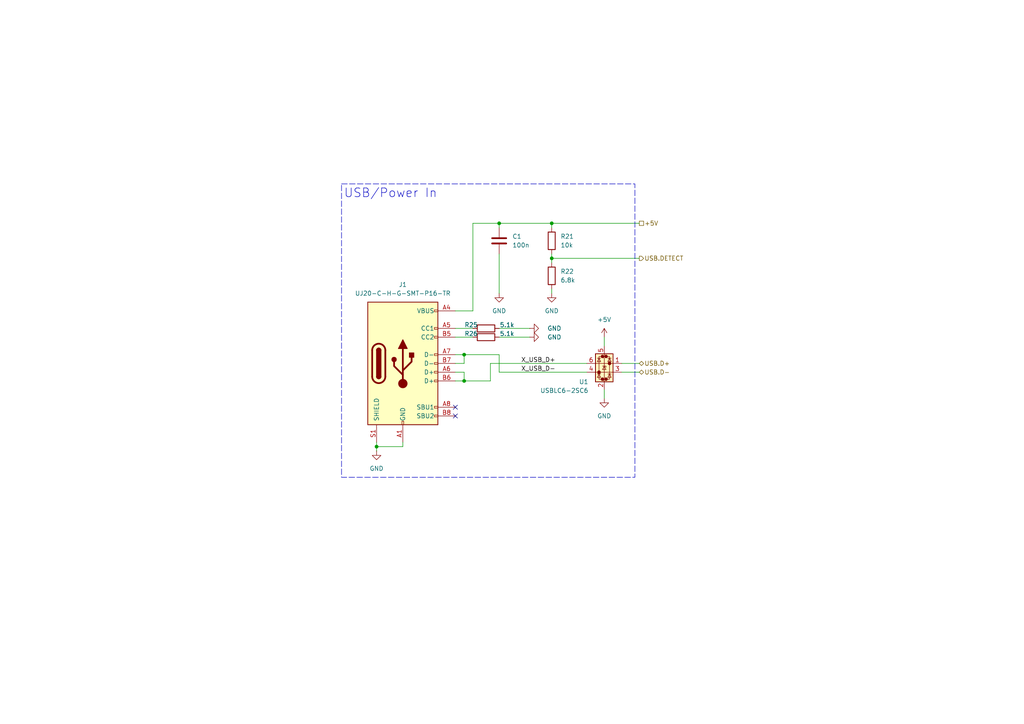
<source format=kicad_sch>
(kicad_sch (version 20250114) (generator "eeschema") (generator_version "9.0")
  (paper "A4")
  (lib_symbols
    (symbol "Connector:USB_C_Receptacle_USB2.0_16P" (pin_names (offset 1.016))
      (property "Reference" "J" (at 0 22.225 0))
      (property "Value" "USB_C_Receptacle_USB2.0_16P" (at 0 19.685 0))
      (symbol "USB_C_Receptacle_USB2.0_16P_0_0"
        (rectangle (start -0.254 -17.78) (end 0.254 -16.764))
        (rectangle (start 10.16 15.494) (end 9.144 14.986))
        (rectangle (start 10.16 10.414) (end 9.144 9.906))
        (rectangle (start 10.16 7.874) (end 9.144 7.366))
        (rectangle (start 10.16 2.794) (end 9.144 2.286))
        (rectangle (start 10.16 0.254) (end 9.144 -0.254))
        (rectangle (start 10.16 -2.286) (end 9.144 -2.794))
        (rectangle (start 10.16 -4.826) (end 9.144 -5.334))
        (rectangle (start 10.16 -12.446) (end 9.144 -12.954))
        (rectangle (start 10.16 -14.986) (end 9.144 -15.494))
      )
      (symbol "USB_C_Receptacle_USB2.0_16P_0_1"
        (rectangle (start -10.16 17.78) (end 10.16 -17.78) (stroke (width 0.254)) (fill (type background)))
        (polyline (pts (xy -8.89 -3.81) (xy -8.89 3.81)) (stroke (width 0.508)))
        (rectangle (start -7.62 -3.81) (end -6.35 3.81) (stroke (width 0.254)) (fill (type outline)))
        (arc (start -7.62 3.81) (mid -6.985 4.4423) (end -6.35 3.81) (stroke (width 0.254)))
        (arc (start -7.62 3.81) (mid -6.985 4.4423) (end -6.35 3.81) (stroke (width 0.254)) (fill (type outline)))
        (arc (start -8.89 3.81) (mid -6.985 5.7067) (end -5.08 3.81) (stroke (width 0.508)))
        (arc (start -5.08 -3.81) (mid -6.985 -5.7067) (end -8.89 -3.81) (stroke (width 0.508)))
        (arc (start -6.35 -3.81) (mid -6.985 -4.4423) (end -7.62 -3.81) (stroke (width 0.254)))
        (arc (start -6.35 -3.81) (mid -6.985 -4.4423) (end -7.62 -3.81) (stroke (width 0.254)) (fill (type outline)))
        (polyline (pts (xy -5.08 3.81) (xy -5.08 -3.81)) (stroke (width 0.508)))
        (circle (center -2.54 1.143) (radius 0.635) (stroke (width 0.254)) (fill (type outline)))
        (polyline (pts (xy -1.27 4.318) (xy 0 6.858) (xy 1.27 4.318) (xy -1.27 4.318)) (stroke (width 0.254)) (fill (type outline)))
        (polyline (pts (xy 0 -2.032) (xy 2.54 0.508) (xy 2.54 1.778)) (stroke (width 0.508)))
        (polyline (pts (xy 0 -3.302) (xy -2.54 -0.762) (xy -2.54 0.508)) (stroke (width 0.508)))
        (polyline (pts (xy 0 -5.842) (xy 0 4.318)) (stroke (width 0.508)))
        (circle (center 0 -5.842) (radius 1.27) (fill (type outline)))
        (rectangle (start 1.905 1.778) (end 3.175 3.048) (stroke (width 0.254)) (fill (type outline)))
      )
      (symbol "USB_C_Receptacle_USB2.0_16P_1_1"
        (pin passive line (at -7.62 -22.86 90) (length 5.08) (name "SHIELD") (number "S1"))
        (pin passive line (at 0 -22.86 90) (length 5.08) (name "GND") (number "A1"))
        (pin passive line (at 0 -22.86 90) (length 5.08) (hide yes) (name "GND") (number "A12"))
        (pin passive line (at 0 -22.86 90) (length 5.08) (hide yes) (name "GND") (number "B1"))
        (pin passive line (at 0 -22.86 90) (length 5.08) (hide yes) (name "GND") (number "B12"))
        (pin passive line (at 15.24 15.24 180) (length 5.08) (name "VBUS") (number "A4"))
        (pin passive line (at 15.24 15.24 180) (length 5.08) (hide yes) (name "VBUS") (number "A9"))
        (pin passive line (at 15.24 15.24 180) (length 5.08) (hide yes) (name "VBUS") (number "B4"))
        (pin passive line (at 15.24 15.24 180) (length 5.08) (hide yes) (name "VBUS") (number "B9"))
        (pin bidirectional line (at 15.24 10.16 180) (length 5.08) (name "CC1") (number "A5"))
        (pin bidirectional line (at 15.24 7.62 180) (length 5.08) (name "CC2") (number "B5"))
        (pin bidirectional line (at 15.24 2.54 180) (length 5.08) (name "D-") (number "A7"))
        (pin bidirectional line (at 15.24 0 180) (length 5.08) (name "D-") (number "B7"))
        (pin bidirectional line (at 15.24 -2.54 180) (length 5.08) (name "D+") (number "A6"))
        (pin bidirectional line (at 15.24 -5.08 180) (length 5.08) (name "D+") (number "B6"))
        (pin bidirectional line (at 15.24 -12.7 180) (length 5.08) (name "SBU1") (number "A8"))
        (pin bidirectional line (at 15.24 -15.24 180) (length 5.08) (name "SBU2") (number "B8"))
      )
    )
    (symbol "Device:C" (pin_numbers (hide yes)) (pin_names (offset 0.254))
      (property "Reference" "C" (at 0.635 2.54 0))
      (property "Value" "C" (at 0.635 -2.54 0))
      (symbol "C_0_1"
        (polyline (pts (xy -2.032 0.762) (xy 2.032 0.762)) (stroke (width 0.508)))
        (polyline (pts (xy -2.032 -0.762) (xy 2.032 -0.762)) (stroke (width 0.508)))
      )
      (symbol "C_1_1"
        (pin passive line (at 0 3.81 270) (length 2.794) (name "~") (number "1"))
        (pin passive line (at 0 -3.81 90) (length 2.794) (name "~") (number "2"))
      )
    )
    (symbol "Device:R" (pin_numbers (hide yes)) (pin_names (offset 0))
      (property "Reference" "R" (at 2.032 0 90))
      (property "Value" "R" (at 0 0 90))
      (symbol "R_0_1"
        (rectangle (start -1.016 -2.54) (end 1.016 2.54) (stroke (width 0.254)))
      )
      (symbol "R_1_1"
        (pin passive line (at 0 3.81 270) (length 1.27) (name "~") (number "1"))
        (pin passive line (at 0 -3.81 90) (length 1.27) (name "~") (number "2"))
      )
    )
    (symbol "Power_Protection:USBLC6-2SC6" (pin_names (hide yes))
      (property "Reference" "U" (at 0.635 5.715 0))
      (property "Value" "USBLC6-2SC6" (at 0.635 3.81 0))
      (symbol "USBLC6-2SC6_0_0"
        (circle (center -1.524 0) (radius 0.0001) (stroke (width 0.508)))
        (circle (center -0.508 2.032) (radius 0.0001) (stroke (width 0.508)))
        (circle (center -0.508 -4.572) (radius 0.0001) (stroke (width 0.508)))
        (circle (center 0.508 2.032) (radius 0.0001) (stroke (width 0.508)))
        (circle (center 0.508 -4.572) (radius 0.0001) (stroke (width 0.508)))
        (circle (center 1.524 -2.54) (radius 0.0001) (stroke (width 0.508)))
      )
      (symbol "USBLC6-2SC6_0_1"
        (polyline (pts (xy -2.54 0) (xy 2.54 0)))
        (polyline (pts (xy -2.54 -2.54) (xy 2.54 -2.54)))
        (polyline (pts (xy -2.032 0.508) (xy -1.016 0.508) (xy -1.524 1.524) (xy -2.032 0.508)))
        (polyline (pts (xy -2.032 -3.048) (xy -1.016 -3.048)))
        (polyline (pts (xy -1.016 1.524) (xy -2.032 1.524)))
        (polyline (pts (xy -1.016 -4.064) (xy -2.032 -4.064) (xy -1.524 -3.048) (xy -1.016 -4.064)))
        (polyline (pts (xy -0.508 -1.143) (xy -0.508 -0.762) (xy 0.508 -0.762)))
        (polyline (pts (xy 0 2.54) (xy -0.508 2.032) (xy 0.508 2.032) (xy 0 1.524) (xy 0 -4.064) (xy -0.508 -4.572) (xy 0.508 -4.572) (xy 0 -5.08)))
        (polyline (pts (xy 0.508 -1.778) (xy -0.508 -1.778) (xy 0 -0.762) (xy 0.508 -1.778)))
        (polyline (pts (xy 1.016 1.524) (xy 2.032 1.524)))
        (polyline (pts (xy 1.016 -3.048) (xy 2.032 -3.048)))
        (polyline (pts (xy 2.032 0.508) (xy 1.016 0.508) (xy 1.524 1.524) (xy 2.032 0.508)))
        (polyline (pts (xy 2.032 -4.064) (xy 1.016 -4.064) (xy 1.524 -3.048) (xy 2.032 -4.064)))
      )
      (symbol "USBLC6-2SC6_1_1"
        (rectangle (start -2.54 2.794) (end 2.54 -5.334) (stroke (width 0.254)) (fill (type background)))
        (polyline (pts (xy -0.508 2.032) (xy -1.524 2.032) (xy -1.524 -4.572) (xy -0.508 -4.572)))
        (polyline (pts (xy 0.508 -4.572) (xy 1.524 -4.572) (xy 1.524 2.032) (xy 0.508 2.032)))
        (pin passive line (at -5.08 0 0) (length 2.54) (name "I/O1") (number "1"))
        (pin passive line (at -5.08 -2.54 0) (length 2.54) (name "I/O2") (number "3"))
        (pin passive line (at 0 5.08 270) (length 2.54) (name "VBUS") (number "5"))
        (pin passive line (at 0 -7.62 90) (length 2.54) (name "GND") (number "2"))
        (pin passive line (at 5.08 0 180) (length 2.54) (name "I/O1") (number "6"))
        (pin passive line (at 5.08 -2.54 180) (length 2.54) (name "I/O2") (number "4"))
      )
    )
    (symbol "power:+5V" (power) (pin_numbers (hide yes)) (pin_names (offset 0) (hide yes))
      (property "Value" "+5V" (at 0 3.556 0))
      (symbol "+5V_0_1"
        (polyline (pts (xy -0.762 1.27) (xy 0 2.54)))
        (polyline (pts (xy 0 2.54) (xy 0.762 1.27)))
        (polyline (pts (xy 0 0) (xy 0 2.54)))
      )
      (symbol "+5V_1_1"
        (pin power_in line (at 0 0 90) (length 0) (name "~") (number "1"))
      )
    )
    (symbol "power:GND" (power) (pin_numbers (hide yes)) (pin_names (offset 0) (hide yes))
      (property "Value" "GND" (at 0 -3.81 0))
      (symbol "GND_0_1"
        (polyline (pts (xy 0 0) (xy 0 -1.27) (xy 1.27 -1.27) (xy 0 -2.54) (xy -1.27 -1.27) (xy 0 -1.27)))
      )
      (symbol "GND_1_1"
        (pin power_in line (at 0 0 270) (length 0) (name "~") (number "1"))
      )
    )
  )
  (rectangle (start 99.06 53.34) (end 184.15 138.43) (stroke (width 0) (type dash)))
  (text "USB/Power In" (at 113.284 56.134 0) (effects (font (size 2.54 2.54))))
  (junction (at 134.62 102.87))
  (junction (at 134.62 110.49))
  (junction (at 160.02 64.77))
  (junction (at 144.78 64.77))
  (junction (at 160.02 74.93))
  (junction (at 109.22 129.54))
  (no_connect (at 132.08 118.11))
  (no_connect (at 132.08 120.65))
  (wire (pts (xy 144.78 97.79) (xy 153.67 97.79)))
  (wire (pts (xy 137.16 64.77) (xy 144.78 64.77)))
  (wire (pts (xy 132.08 107.95) (xy 134.62 107.95)))
  (wire (pts (xy 116.84 129.54) (xy 109.22 129.54)))
  (wire (pts (xy 160.02 83.82) (xy 160.02 85.09)))
  (wire (pts (xy 109.22 129.54) (xy 109.22 130.81)))
  (wire (pts (xy 132.08 90.17) (xy 137.16 90.17)))
  (wire (pts (xy 109.22 128.27) (xy 109.22 129.54)))
  (wire (pts (xy 144.78 95.25) (xy 153.67 95.25)))
  (wire (pts (xy 175.26 113.03) (xy 175.26 115.57)))
  (wire (pts (xy 132.08 97.79) (xy 137.16 97.79)))
  (wire (pts (xy 170.18 105.41) (xy 142.24 105.41)))
  (wire (pts (xy 160.02 73.66) (xy 160.02 74.93)))
  (wire (pts (xy 144.78 64.77) (xy 144.78 66.04)))
  (wire (pts (xy 180.34 105.41) (xy 185.42 105.41)))
  (wire (pts (xy 142.24 110.49) (xy 134.62 110.49)))
  (wire (pts (xy 116.84 128.27) (xy 116.84 129.54)))
  (wire (pts (xy 134.62 105.41) (xy 132.08 105.41)))
  (wire (pts (xy 134.62 107.95) (xy 134.62 110.49)))
  (wire (pts (xy 134.62 102.87) (xy 134.62 105.41)))
  (wire (pts (xy 160.02 74.93) (xy 160.02 76.2)))
  (wire (pts (xy 137.16 90.17) (xy 137.16 64.77)))
  (wire (pts (xy 142.24 105.41) (xy 142.24 110.49)))
  (wire (pts (xy 144.78 102.87) (xy 134.62 102.87)))
  (wire (pts (xy 144.78 73.66) (xy 144.78 85.09)))
  (wire (pts (xy 160.02 64.77) (xy 185.42 64.77)))
  (wire (pts (xy 170.18 107.95) (xy 144.78 107.95)))
  (wire (pts (xy 144.78 107.95) (xy 144.78 102.87)))
  (wire (pts (xy 132.08 110.49) (xy 134.62 110.49)))
  (wire (pts (xy 144.78 64.77) (xy 160.02 64.77)))
  (wire (pts (xy 132.08 102.87) (xy 134.62 102.87)))
  (wire (pts (xy 160.02 64.77) (xy 160.02 66.04)))
  (wire (pts (xy 132.08 95.25) (xy 137.16 95.25)))
  (wire (pts (xy 175.26 97.79) (xy 175.26 100.33)))
  (wire (pts (xy 180.34 107.95) (xy 185.42 107.95)))
  (wire (pts (xy 160.02 74.93) (xy 185.42 74.93)))
  (label "X_USB_D-" (at 151.13 107.95 0))
  (label "X_USB_D+" (at 151.13 105.41 0))
  (hierarchical_label "USB.D-" (shape bidirectional) (at 185.42 107.95 0))
  (hierarchical_label "USB.DETECT" (shape output) (at 185.42 74.93 0))
  (hierarchical_label "USB.D+" (shape bidirectional) (at 185.42 105.41 0))
  (hierarchical_label "+5V" (shape passive) (at 185.42 64.77 0))
  (symbol (lib_id "power:GND") (at 109.22 130.81 0) (unit 1)
    (property "Reference" "#PWR02" (effects (hide yes)))
    (property "Value" "GND" (at 109.22 135.89 0))
    (property "Description" "Power symbol creates a global label with name \"GND\" , ground" (effects (hide yes)))
  )
  (symbol (lib_id "power:+5V") (at 175.26 97.79 0) (unit 1)
    (property "Reference" "#PWR056" (effects (hide yes)))
    (property "Value" "+5V" (at 175.26 92.71 0))
    (property "Description" "Power symbol creates a global label with name \"+5V\"" (effects (hide yes)))
  )
  (symbol (lib_id "power:GND") (at 175.26 115.57 0) (unit 1)
    (property "Reference" "#PWR057" (effects (hide yes)))
    (property "Value" "GND" (at 175.26 120.65 0))
    (property "Description" "Power symbol creates a global label with name \"GND\" , ground" (effects (hide yes)))
  )
  (symbol (lib_id "Connector:USB_C_Receptacle_USB2.0_16P") (at 116.84 105.41 0) (unit 1)
    (property "Reference" "J1" (at 116.84 82.55 0))
    (property "Value" "UJ20-C-H-G-SMT-P16-TR" (at 116.84 85.09 0))
    (property "Footprint" "Connector_USB:USB_C_Receptacle_G-Switch_GT-USB-7010ASV" (effects (hide yes)))
    (property "Datasheet" "https://www.usb.org/sites/default/files/documents/usb_type-c.zip" (effects (hide yes)))
    (property "Description" "USB 2.0-only 16P Type-C Receptacle connector" (effects (hide yes)))
    (property "MFG" "Same Sky (Formerly CUI Devices)" (effects (hide yes)))
    (property "MFG#" "UJ20-C-H-G-SMT-P16-TR" (effects (hide yes)))
    (property "DigiKey" "2223-UJ20-C-H-G-SMT-P16-TRCT-ND" (effects (hide yes)))
    (property "Distri Link" "https://www.digikey.de/de/products/detail/same-sky-formerly-cui-devices-/UJ20-C-H-G-SMT-P16-TR/25588941?utm_source=chatgpt.com" (effects (hide yes)))
  )
  (symbol (lib_id "Device:C") (at 144.78 69.85 0) (unit 1)
    (property "Reference" "C1" (at 148.59 68.5799 0) (effects (justify left)))
    (property "Value" "100n" (at 148.59 71.1199 0) (effects (justify left)))
    (property "Footprint" "Capacitor_SMD:C_0603_1608Metric" (effects (hide yes)))
    (property "Description" "Unpolarized capacitor" (effects (hide yes)))
    (property "MFG" "KEMET" (effects (hide yes)))
    (property "MFG#" "C0603C104K3RACTU" (effects (hide yes)))
    (property "DigiKey" "399-C0603C104K3RACTUCT-ND" (effects (hide yes)))
    (property "Distri Link" "https://www.digikey.de/de/products/detail/kemet/C0603C104K3RACTU/416044?s=N4IgTCBcDaIMwE4EFoDCAGAbOuqCM6ALANJwBKAgqgCoCqNyAcgCIgC6AvkA" (effects (hide yes)))
  )
  (symbol (lib_id "Device:R") (at 140.97 97.79 90) (unit 1)
    (property "Reference" "R26" (at 136.652 96.774 90))
    (property "Value" "5.1k" (at 147.066 96.774 90))
    (property "Footprint" "Resistor_SMD:R_0603_1608Metric" (effects (hide yes)))
    (property "Description" "Resistor" (effects (hide yes)))
    (property "MFG" "YAGEO" (effects (hide yes)))
    (property "MFG#" "RC0603FR-075K1L" (effects (hide yes)))
    (property "DigiKey" "311-5.10KHRCT-ND" (effects (hide yes)))
    (property "Distri Link" "https://www.digikey.de/de/products/detail/yageo/RC0603FR-075K1L/727268?s=N4IgTCBcDaIMwEYEFoCsA6BAGA0gCQCUBhAFWQDkAREAXQF8g" (effects (hide yes)))
  )
  (symbol (lib_id "power:GND") (at 144.78 85.09 0) (unit 1)
    (property "Reference" "#PWR011" (effects (hide yes)))
    (property "Value" "GND" (at 144.78 90.17 0))
    (property "Description" "Power symbol creates a global label with name \"GND\" , ground" (effects (hide yes)))
  )
  (symbol (lib_id "Device:R") (at 140.97 95.25 90) (unit 1)
    (property "Reference" "R25" (at 136.652 94.234 90))
    (property "Value" "5.1k" (at 147.066 94.234 90))
    (property "Footprint" "Resistor_SMD:R_0603_1608Metric" (effects (hide yes)))
    (property "Description" "Resistor" (effects (hide yes)))
    (property "MFG" "YAGEO" (effects (hide yes)))
    (property "MFG#" "RC0603FR-075K1L" (effects (hide yes)))
    (property "DigiKey" "311-5.10KHRCT-ND" (effects (hide yes)))
    (property "Distri Link" "https://www.digikey.de/de/products/detail/yageo/RC0603FR-075K1L/727268?s=N4IgTCBcDaIMwEYEFoCsA6BAGA0gCQCUBhAFWQDkAREAXQF8g" (effects (hide yes)))
  )
  (symbol (lib_id "power:GND") (at 160.02 85.09 0) (unit 1)
    (property "Reference" "#PWR019" (effects (hide yes)))
    (property "Value" "GND" (at 160.02 90.17 0))
    (property "Description" "Power symbol creates a global label with name \"GND\" , ground" (effects (hide yes)))
  )
  (symbol (lib_id "power:GND") (at 153.67 97.79 90) (unit 1)
    (property "Reference" "#PWR029" (effects (hide yes)))
    (property "Value" "GND" (at 158.75 97.7899 90) (effects (justify right)))
    (property "Description" "Power symbol creates a global label with name \"GND\" , ground" (effects (hide yes)))
  )
  (symbol (lib_id "power:GND") (at 153.67 95.25 90) (unit 1)
    (property "Reference" "#PWR09" (effects (hide yes)))
    (property "Value" "GND" (at 158.75 95.2499 90) (effects (justify right)))
    (property "Description" "Power symbol creates a global label with name \"GND\" , ground" (effects (hide yes)))
  )
  (symbol (lib_id "Device:R") (at 160.02 69.85 0) (unit 1)
    (property "Reference" "R21" (at 162.56 68.5799 0) (effects (justify left)))
    (property "Value" "10k" (at 162.56 71.1199 0) (effects (justify left)))
    (property "Footprint" "Resistor_SMD:R_0603_1608Metric" (effects (hide yes)))
    (property "Description" "Resistor" (effects (hide yes)))
    (property "MFG" "YAGEO" (effects (hide yes)))
    (property "MFG#" "RC0603FR-0710KL" (effects (hide yes)))
    (property "DigiKey" "311-10.0KHRCT-ND" (effects (hide yes)))
    (property "Distri Link" "https://www.digikey.de/de/products/detail/yageo/RC0603FR-0710KL/726880?s=N4IgTCBcDaIMwEYEFoEAYB0aDSAJASgMIAqyAcgCIgC6AvkA" (effects (hide yes)))
  )
  (symbol (lib_id "Device:R") (at 160.02 80.01 0) (unit 1)
    (property "Reference" "R22" (at 162.56 78.7399 0) (effects (justify left)))
    (property "Value" "6.8k" (at 162.56 81.2799 0) (effects (justify left)))
    (property "Footprint" "Resistor_SMD:R_0603_1608Metric" (effects (hide yes)))
    (property "Description" "Resistor" (effects (hide yes)))
    (property "MFG" "Panasonic Electronic Components" (effects (hide yes)))
    (property "MFG#" "ERJ-1GNF6801C" (effects (hide yes)))
    (property "DigiKey" "P123125CT-ND" (effects (hide yes)))
    (property "Distri Link" "https://www.digikey.de/de/products/detail/panasonic-electronic-components/ERJ-1GNF6801C/2036207?s=N4IgTCBcDaIAoEYwGYkFYDCAVAtAOQBEQBdAXyA" (effects (hide yes)))
  )
  (symbol (lib_id "Power_Protection:USBLC6-2SC6") (at 175.26 105.41 0) (mirror y) (unit 1)
    (property "Reference" "U1" (at 170.688 110.744 0) (effects (justify left)))
    (property "Value" "USBLC6-2SC6" (at 170.688 113.284 0) (effects (justify left)))
    (property "Footprint" "Package_TO_SOT_SMD:SOT-23-6" (effects (hide yes)))
    (property "Datasheet" "https://www.st.com/resource/en/datasheet/usblc6-2.pdf" (effects (hide yes)))
    (property "Description" "Very low capacitance ESD protection diode, 2 data-line, SOT-23-6" (effects (hide yes)))
    (property "DigiKey" "497-5235-1-ND" (effects (hide yes)))
    (property "MFG" "STMicroelectronics" (effects (hide yes)))
    (property "MFG#" "USBLC6-2SC6" (effects (hide yes)))
    (property "Distri Link" "https://www.digikey.de/de/products/detail/stmicroelectronics/USBLC6-2SC6/1040559?s=N4IgTCBcDaICwE4DsBaArGAzGlBGFAcgCIgC6AvkA" (effects (hide yes)))
  )
)
</source>
